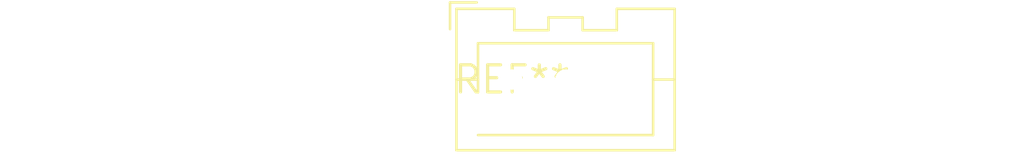
<source format=kicad_pcb>
(kicad_pcb (version 20240108) (generator pcbnew)
  (layers (0 "F.Cu" signal) (31 "B.Cu" signal) (34 "B.Paste" user) (35 "F.Paste" user) (36 "B.SilkS" user "B.Silkscreen") (37 "F.SilkS" user "F.Silkscreen") (38 "B.Mask" user) (39 "F.Mask" user) (44 "Edge.Cuts" user))
  (net 0 "")
  (footprint "JST_XA_B03B-XASK-1-A_1x03_P2.50mm_Vertical" (layer "F.Cu") (at 0 0)
    (property "Reference" "REF**")
    (property "Value" "JST_XA_B03B-XASK-1-A_1x03_P2.50mm_Vertical")
    (fp_line (start -2.91 -3.61) (end -2.91 -2.36) (layer "F.SilkS") (stroke (width 0.12)))
    (fp_line (start -2.61 -3.31) (end -2.61 3.31) (layer "F.SilkS") (stroke (width 0.12)))
    (fp_line (start -2.61 0) (end -1.6 0) (layer "F.SilkS") (stroke (width 0.12)))
    (fp_line (start -2.61 3.31) (end 7.61 3.31) (layer "F.SilkS") (stroke (width 0.12)))
    (fp_line (start -1.66 -3.61) (end -2.91 -3.61) (layer "F.SilkS") (stroke (width 0.12)))
    (fp_line (start -1.6 -1.7) (end 6.6 -1.7) (layer "F.SilkS") (stroke (width 0.12)))
    (fp_line (start -1.6 0.6) (end -1.6 -1.7) (layer "F.SilkS") (stroke (width 0.12)))
    (fp_line (start 0.1 -3.31) (end -2.61 -3.31) (layer "F.SilkS") (stroke (width 0.12)))
    (fp_line (start 0.1 -2.31) (end 0.1 -3.31) (layer "F.SilkS") (stroke (width 0.12)))
    (fp_line (start 1.7 -2.91) (end 1.7 -2.31) (layer "F.SilkS") (stroke (width 0.12)))
    (fp_line (start 1.7 -2.31) (end 0.1 -2.31) (layer "F.SilkS") (stroke (width 0.12)))
    (fp_line (start 3.3 -2.91) (end 1.7 -2.91) (layer "F.SilkS") (stroke (width 0.12)))
    (fp_line (start 3.3 -2.31) (end 3.3 -2.91) (layer "F.SilkS") (stroke (width 0.12)))
    (fp_line (start 4.9 -3.31) (end 4.9 -2.31) (layer "F.SilkS") (stroke (width 0.12)))
    (fp_line (start 4.9 -2.31) (end 3.3 -2.31) (layer "F.SilkS") (stroke (width 0.12)))
    (fp_line (start 6.6 -1.7) (end 6.6 2.6) (layer "F.SilkS") (stroke (width 0.12)))
    (fp_line (start 6.6 2.6) (end -1.6 2.6) (layer "F.SilkS") (stroke (width 0.12)))
    (fp_line (start 7.61 -3.31) (end 4.9 -3.31) (layer "F.SilkS") (stroke (width 0.12)))
    (fp_line (start 7.61 0) (end 6.6 0) (layer "F.SilkS") (stroke (width 0.12)))
    (fp_line (start 7.61 3.31) (end 7.61 -3.31) (layer "F.SilkS") (stroke (width 0.12)))
    (pad "" np_thru_hole circle (at -1.6 1.6) (size 1.25 1.25) (drill 1.25) (layers *.Cu *.Mask))
    (pad "1" thru_hole roundrect (at 0 0) (size 1.7 1.95) (drill 0.95) (layers *.Cu *.Mask) (remove_unused_layers) (roundrect_rratio 0.147059))
    (pad "2" thru_hole oval (at 2.5 0) (size 1.7 1.95) (drill 0.95) (layers *.Cu *.Mask) (remove_unused_layers))
    (pad "3" thru_hole oval (at 5 0) (size 1.7 1.95) (drill 0.95) (layers *.Cu *.Mask) (remove_unused_layers))
  )
)
</source>
